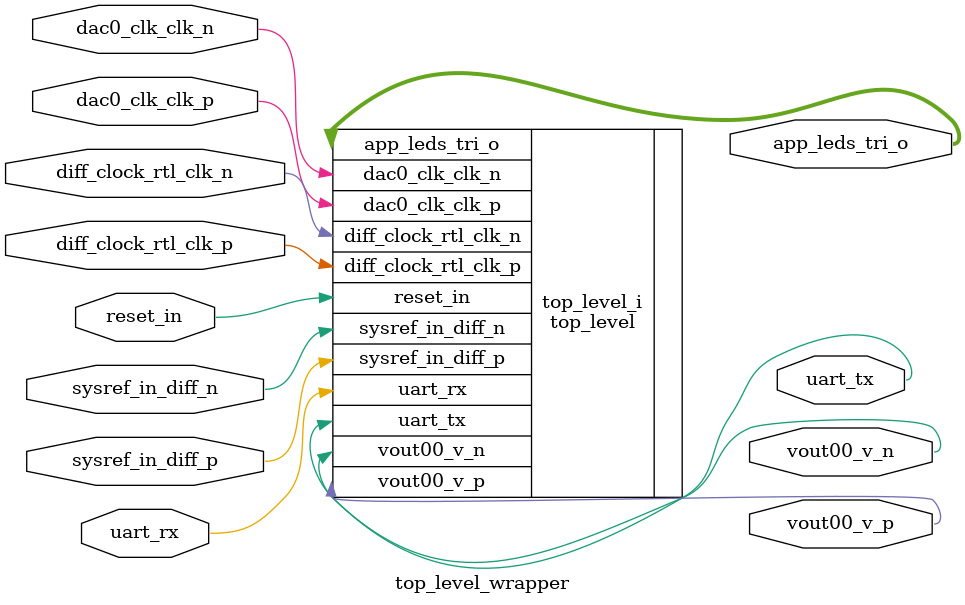
<source format=v>
`timescale 1 ps / 1 ps

module top_level_wrapper
   (app_leds_tri_o,
    dac0_clk_clk_n,
    dac0_clk_clk_p,
    diff_clock_rtl_clk_n,
    diff_clock_rtl_clk_p,
    reset_in,
    sysref_in_diff_n,
    sysref_in_diff_p,
    uart_rx,
    uart_tx,
    vout00_v_n,
    vout00_v_p);
  output [7:0]app_leds_tri_o;
  input dac0_clk_clk_n;
  input dac0_clk_clk_p;
  input diff_clock_rtl_clk_n;
  input diff_clock_rtl_clk_p;
  input reset_in;
  input sysref_in_diff_n;
  input sysref_in_diff_p;
  input uart_rx;
  output uart_tx;
  output vout00_v_n;
  output vout00_v_p;

  wire [7:0]app_leds_tri_o;
  wire dac0_clk_clk_n;
  wire dac0_clk_clk_p;
  wire diff_clock_rtl_clk_n;
  wire diff_clock_rtl_clk_p;
  wire reset_in;
  wire sysref_in_diff_n;
  wire sysref_in_diff_p;
  wire uart_rx;
  wire uart_tx;
  wire vout00_v_n;
  wire vout00_v_p;

  top_level top_level_i
       (.app_leds_tri_o(app_leds_tri_o),
        .dac0_clk_clk_n(dac0_clk_clk_n),
        .dac0_clk_clk_p(dac0_clk_clk_p),
        .diff_clock_rtl_clk_n(diff_clock_rtl_clk_n),
        .diff_clock_rtl_clk_p(diff_clock_rtl_clk_p),
        .reset_in(reset_in),
        .sysref_in_diff_n(sysref_in_diff_n),
        .sysref_in_diff_p(sysref_in_diff_p),
        .uart_rx(uart_rx),
        .uart_tx(uart_tx),
        .vout00_v_n(vout00_v_n),
        .vout00_v_p(vout00_v_p));
endmodule

</source>
